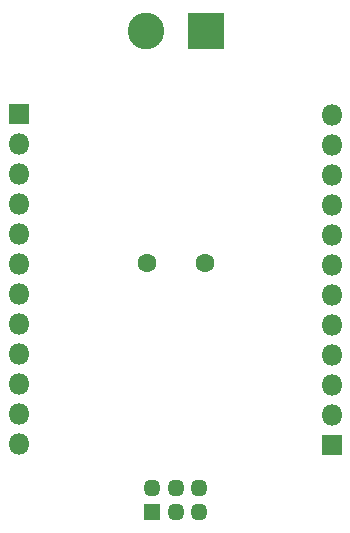
<source format=gbr>
%TF.GenerationSoftware,KiCad,Pcbnew,(5.1.6)-1*%
%TF.CreationDate,2020-10-29T20:04:16+01:00*%
%TF.ProjectId,atmega8breakeout,61746d65-6761-4386-9272-65616b656f75,rev?*%
%TF.SameCoordinates,Original*%
%TF.FileFunction,Soldermask,Bot*%
%TF.FilePolarity,Negative*%
%FSLAX46Y46*%
G04 Gerber Fmt 4.6, Leading zero omitted, Abs format (unit mm)*
G04 Created by KiCad (PCBNEW (5.1.6)-1) date 2020-10-29 20:04:16*
%MOMM*%
%LPD*%
G01*
G04 APERTURE LIST*
%ADD10R,3.100000X3.100000*%
%ADD11C,3.100000*%
%ADD12C,1.600000*%
%ADD13R,1.800000X1.800000*%
%ADD14O,1.800000X1.800000*%
%ADD15R,1.450000X1.450000*%
%ADD16O,1.450000X1.450000*%
G04 APERTURE END LIST*
D10*
%TO.C,J1*%
X159145000Y-47230000D03*
D11*
X154065000Y-47230000D03*
%TD*%
D12*
%TO.C,Y1*%
X159040000Y-66850000D03*
X154160000Y-66850000D03*
%TD*%
D13*
%TO.C,J2*%
X143330000Y-54260000D03*
D14*
X143330000Y-56800000D03*
X143330000Y-59340000D03*
X143330000Y-61880000D03*
X143330000Y-64420000D03*
X143330000Y-66960000D03*
X143330000Y-69500000D03*
X143330000Y-72040000D03*
X143330000Y-74580000D03*
X143330000Y-77120000D03*
X143330000Y-79660000D03*
X143330000Y-82200000D03*
%TD*%
%TO.C,J3*%
X169800000Y-54350000D03*
X169800000Y-56890000D03*
X169800000Y-59430000D03*
X169800000Y-61970000D03*
X169800000Y-64510000D03*
X169800000Y-67050000D03*
X169800000Y-69590000D03*
X169800000Y-72130000D03*
X169800000Y-74670000D03*
X169800000Y-77210000D03*
X169800000Y-79750000D03*
D13*
X169800000Y-82290000D03*
%TD*%
D15*
%TO.C,J4*%
X154605000Y-87930000D03*
D16*
X154605000Y-85930000D03*
X156605000Y-87930000D03*
X156605000Y-85930000D03*
X158605000Y-87930000D03*
X158605000Y-85930000D03*
%TD*%
M02*

</source>
